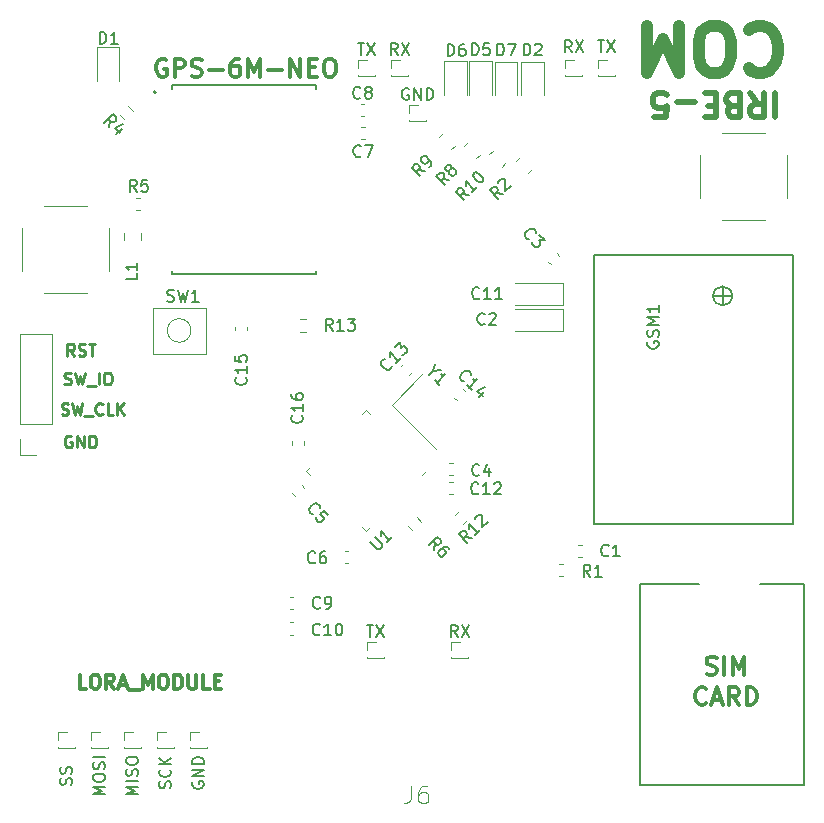
<source format=gbr>
G04 #@! TF.GenerationSoftware,KiCad,Pcbnew,(5.1.10)-1*
G04 #@! TF.CreationDate,2021-12-21T11:35:25+02:00*
G04 #@! TF.ProjectId,COM,434f4d2e-6b69-4636-9164-5f7063625858,rev?*
G04 #@! TF.SameCoordinates,Original*
G04 #@! TF.FileFunction,Legend,Top*
G04 #@! TF.FilePolarity,Positive*
%FSLAX46Y46*%
G04 Gerber Fmt 4.6, Leading zero omitted, Abs format (unit mm)*
G04 Created by KiCad (PCBNEW (5.1.10)-1) date 2021-12-21 11:35:25*
%MOMM*%
%LPD*%
G01*
G04 APERTURE LIST*
%ADD10C,0.300000*%
%ADD11C,0.250000*%
%ADD12C,1.000000*%
%ADD13C,0.500000*%
%ADD14C,0.120000*%
%ADD15C,0.150000*%
%ADD16C,0.127000*%
%ADD17C,0.200000*%
%ADD18C,0.015000*%
G04 APERTURE END LIST*
D10*
X160571428Y-161485714D02*
X160500000Y-161557142D01*
X160285714Y-161628571D01*
X160142857Y-161628571D01*
X159928571Y-161557142D01*
X159785714Y-161414285D01*
X159714285Y-161271428D01*
X159642857Y-160985714D01*
X159642857Y-160771428D01*
X159714285Y-160485714D01*
X159785714Y-160342857D01*
X159928571Y-160200000D01*
X160142857Y-160128571D01*
X160285714Y-160128571D01*
X160500000Y-160200000D01*
X160571428Y-160271428D01*
X161142857Y-161200000D02*
X161857142Y-161200000D01*
X161000000Y-161628571D02*
X161500000Y-160128571D01*
X162000000Y-161628571D01*
X163357142Y-161628571D02*
X162857142Y-160914285D01*
X162500000Y-161628571D02*
X162500000Y-160128571D01*
X163071428Y-160128571D01*
X163214285Y-160200000D01*
X163285714Y-160271428D01*
X163357142Y-160414285D01*
X163357142Y-160628571D01*
X163285714Y-160771428D01*
X163214285Y-160842857D01*
X163071428Y-160914285D01*
X162500000Y-160914285D01*
X164000000Y-161628571D02*
X164000000Y-160128571D01*
X164357142Y-160128571D01*
X164571428Y-160200000D01*
X164714285Y-160342857D01*
X164785714Y-160485714D01*
X164857142Y-160771428D01*
X164857142Y-160985714D01*
X164785714Y-161271428D01*
X164714285Y-161414285D01*
X164571428Y-161557142D01*
X164357142Y-161628571D01*
X164000000Y-161628571D01*
X160607142Y-158982142D02*
X160821428Y-159053571D01*
X161178571Y-159053571D01*
X161321428Y-158982142D01*
X161392857Y-158910714D01*
X161464285Y-158767857D01*
X161464285Y-158625000D01*
X161392857Y-158482142D01*
X161321428Y-158410714D01*
X161178571Y-158339285D01*
X160892857Y-158267857D01*
X160750000Y-158196428D01*
X160678571Y-158125000D01*
X160607142Y-157982142D01*
X160607142Y-157839285D01*
X160678571Y-157696428D01*
X160750000Y-157625000D01*
X160892857Y-157553571D01*
X161250000Y-157553571D01*
X161464285Y-157625000D01*
X162107142Y-159053571D02*
X162107142Y-157553571D01*
X162821428Y-159053571D02*
X162821428Y-157553571D01*
X163321428Y-158625000D01*
X163821428Y-157553571D01*
X163821428Y-159053571D01*
X114860000Y-107000000D02*
X114717142Y-106928571D01*
X114502857Y-106928571D01*
X114288571Y-107000000D01*
X114145714Y-107142857D01*
X114074285Y-107285714D01*
X114002857Y-107571428D01*
X114002857Y-107785714D01*
X114074285Y-108071428D01*
X114145714Y-108214285D01*
X114288571Y-108357142D01*
X114502857Y-108428571D01*
X114645714Y-108428571D01*
X114860000Y-108357142D01*
X114931428Y-108285714D01*
X114931428Y-107785714D01*
X114645714Y-107785714D01*
X115574285Y-108428571D02*
X115574285Y-106928571D01*
X116145714Y-106928571D01*
X116288571Y-107000000D01*
X116360000Y-107071428D01*
X116431428Y-107214285D01*
X116431428Y-107428571D01*
X116360000Y-107571428D01*
X116288571Y-107642857D01*
X116145714Y-107714285D01*
X115574285Y-107714285D01*
X117002857Y-108357142D02*
X117217142Y-108428571D01*
X117574285Y-108428571D01*
X117717142Y-108357142D01*
X117788571Y-108285714D01*
X117860000Y-108142857D01*
X117860000Y-108000000D01*
X117788571Y-107857142D01*
X117717142Y-107785714D01*
X117574285Y-107714285D01*
X117288571Y-107642857D01*
X117145714Y-107571428D01*
X117074285Y-107500000D01*
X117002857Y-107357142D01*
X117002857Y-107214285D01*
X117074285Y-107071428D01*
X117145714Y-107000000D01*
X117288571Y-106928571D01*
X117645714Y-106928571D01*
X117860000Y-107000000D01*
X118502857Y-107857142D02*
X119645714Y-107857142D01*
X121002857Y-106928571D02*
X120717142Y-106928571D01*
X120574285Y-107000000D01*
X120502857Y-107071428D01*
X120360000Y-107285714D01*
X120288571Y-107571428D01*
X120288571Y-108142857D01*
X120360000Y-108285714D01*
X120431428Y-108357142D01*
X120574285Y-108428571D01*
X120860000Y-108428571D01*
X121002857Y-108357142D01*
X121074285Y-108285714D01*
X121145714Y-108142857D01*
X121145714Y-107785714D01*
X121074285Y-107642857D01*
X121002857Y-107571428D01*
X120860000Y-107500000D01*
X120574285Y-107500000D01*
X120431428Y-107571428D01*
X120360000Y-107642857D01*
X120288571Y-107785714D01*
X121788571Y-108428571D02*
X121788571Y-106928571D01*
X122288571Y-108000000D01*
X122788571Y-106928571D01*
X122788571Y-108428571D01*
X123502857Y-107857142D02*
X124645714Y-107857142D01*
X125359999Y-108428571D02*
X125359999Y-106928571D01*
X126217142Y-108428571D01*
X126217142Y-106928571D01*
X126931428Y-107642857D02*
X127431428Y-107642857D01*
X127645714Y-108428571D02*
X126931428Y-108428571D01*
X126931428Y-106928571D01*
X127645714Y-106928571D01*
X128574285Y-106928571D02*
X128859999Y-106928571D01*
X129002857Y-107000000D01*
X129145714Y-107142857D01*
X129217142Y-107428571D01*
X129217142Y-107928571D01*
X129145714Y-108214285D01*
X129002857Y-108357142D01*
X128859999Y-108428571D01*
X128574285Y-108428571D01*
X128431428Y-108357142D01*
X128288571Y-108214285D01*
X128217142Y-107928571D01*
X128217142Y-107428571D01*
X128288571Y-107142857D01*
X128431428Y-107000000D01*
X128574285Y-106928571D01*
D11*
X106828095Y-138880000D02*
X106732857Y-138832380D01*
X106590000Y-138832380D01*
X106447142Y-138880000D01*
X106351904Y-138975238D01*
X106304285Y-139070476D01*
X106256666Y-139260952D01*
X106256666Y-139403809D01*
X106304285Y-139594285D01*
X106351904Y-139689523D01*
X106447142Y-139784761D01*
X106590000Y-139832380D01*
X106685238Y-139832380D01*
X106828095Y-139784761D01*
X106875714Y-139737142D01*
X106875714Y-139403809D01*
X106685238Y-139403809D01*
X107304285Y-139832380D02*
X107304285Y-138832380D01*
X107875714Y-139832380D01*
X107875714Y-138832380D01*
X108351904Y-139832380D02*
X108351904Y-138832380D01*
X108590000Y-138832380D01*
X108732857Y-138880000D01*
X108828095Y-138975238D01*
X108875714Y-139070476D01*
X108923333Y-139260952D01*
X108923333Y-139403809D01*
X108875714Y-139594285D01*
X108828095Y-139689523D01*
X108732857Y-139784761D01*
X108590000Y-139832380D01*
X108351904Y-139832380D01*
X105997142Y-137014761D02*
X106140000Y-137062380D01*
X106378095Y-137062380D01*
X106473333Y-137014761D01*
X106520952Y-136967142D01*
X106568571Y-136871904D01*
X106568571Y-136776666D01*
X106520952Y-136681428D01*
X106473333Y-136633809D01*
X106378095Y-136586190D01*
X106187619Y-136538571D01*
X106092380Y-136490952D01*
X106044761Y-136443333D01*
X105997142Y-136348095D01*
X105997142Y-136252857D01*
X106044761Y-136157619D01*
X106092380Y-136110000D01*
X106187619Y-136062380D01*
X106425714Y-136062380D01*
X106568571Y-136110000D01*
X106901904Y-136062380D02*
X107140000Y-137062380D01*
X107330476Y-136348095D01*
X107520952Y-137062380D01*
X107759047Y-136062380D01*
X107901904Y-137157619D02*
X108663809Y-137157619D01*
X109473333Y-136967142D02*
X109425714Y-137014761D01*
X109282857Y-137062380D01*
X109187619Y-137062380D01*
X109044761Y-137014761D01*
X108949523Y-136919523D01*
X108901904Y-136824285D01*
X108854285Y-136633809D01*
X108854285Y-136490952D01*
X108901904Y-136300476D01*
X108949523Y-136205238D01*
X109044761Y-136110000D01*
X109187619Y-136062380D01*
X109282857Y-136062380D01*
X109425714Y-136110000D01*
X109473333Y-136157619D01*
X110378095Y-137062380D02*
X109901904Y-137062380D01*
X109901904Y-136062380D01*
X110711428Y-137062380D02*
X110711428Y-136062380D01*
X111282857Y-137062380D02*
X110854285Y-136490952D01*
X111282857Y-136062380D02*
X110711428Y-136633809D01*
X106240000Y-134444761D02*
X106382857Y-134492380D01*
X106620952Y-134492380D01*
X106716190Y-134444761D01*
X106763809Y-134397142D01*
X106811428Y-134301904D01*
X106811428Y-134206666D01*
X106763809Y-134111428D01*
X106716190Y-134063809D01*
X106620952Y-134016190D01*
X106430476Y-133968571D01*
X106335238Y-133920952D01*
X106287619Y-133873333D01*
X106240000Y-133778095D01*
X106240000Y-133682857D01*
X106287619Y-133587619D01*
X106335238Y-133540000D01*
X106430476Y-133492380D01*
X106668571Y-133492380D01*
X106811428Y-133540000D01*
X107144761Y-133492380D02*
X107382857Y-134492380D01*
X107573333Y-133778095D01*
X107763809Y-134492380D01*
X108001904Y-133492380D01*
X108144761Y-134587619D02*
X108906666Y-134587619D01*
X109144761Y-134492380D02*
X109144761Y-133492380D01*
X109811428Y-133492380D02*
X110001904Y-133492380D01*
X110097142Y-133540000D01*
X110192380Y-133635238D01*
X110240000Y-133825714D01*
X110240000Y-134159047D01*
X110192380Y-134349523D01*
X110097142Y-134444761D01*
X110001904Y-134492380D01*
X109811428Y-134492380D01*
X109716190Y-134444761D01*
X109620952Y-134349523D01*
X109573333Y-134159047D01*
X109573333Y-133825714D01*
X109620952Y-133635238D01*
X109716190Y-133540000D01*
X109811428Y-133492380D01*
X107062380Y-132062380D02*
X106729047Y-131586190D01*
X106490952Y-132062380D02*
X106490952Y-131062380D01*
X106871904Y-131062380D01*
X106967142Y-131110000D01*
X107014761Y-131157619D01*
X107062380Y-131252857D01*
X107062380Y-131395714D01*
X107014761Y-131490952D01*
X106967142Y-131538571D01*
X106871904Y-131586190D01*
X106490952Y-131586190D01*
X107443333Y-132014761D02*
X107586190Y-132062380D01*
X107824285Y-132062380D01*
X107919523Y-132014761D01*
X107967142Y-131967142D01*
X108014761Y-131871904D01*
X108014761Y-131776666D01*
X107967142Y-131681428D01*
X107919523Y-131633809D01*
X107824285Y-131586190D01*
X107633809Y-131538571D01*
X107538571Y-131490952D01*
X107490952Y-131443333D01*
X107443333Y-131348095D01*
X107443333Y-131252857D01*
X107490952Y-131157619D01*
X107538571Y-131110000D01*
X107633809Y-131062380D01*
X107871904Y-131062380D01*
X108014761Y-131110000D01*
X108300476Y-131062380D02*
X108871904Y-131062380D01*
X108586190Y-132062380D02*
X108586190Y-131062380D01*
D10*
X108110000Y-160272857D02*
X107538571Y-160272857D01*
X107538571Y-159072857D01*
X108738571Y-159072857D02*
X108967142Y-159072857D01*
X109081428Y-159130000D01*
X109195714Y-159244285D01*
X109252857Y-159472857D01*
X109252857Y-159872857D01*
X109195714Y-160101428D01*
X109081428Y-160215714D01*
X108967142Y-160272857D01*
X108738571Y-160272857D01*
X108624285Y-160215714D01*
X108510000Y-160101428D01*
X108452857Y-159872857D01*
X108452857Y-159472857D01*
X108510000Y-159244285D01*
X108624285Y-159130000D01*
X108738571Y-159072857D01*
X110452857Y-160272857D02*
X110052857Y-159701428D01*
X109767142Y-160272857D02*
X109767142Y-159072857D01*
X110224285Y-159072857D01*
X110338571Y-159130000D01*
X110395714Y-159187142D01*
X110452857Y-159301428D01*
X110452857Y-159472857D01*
X110395714Y-159587142D01*
X110338571Y-159644285D01*
X110224285Y-159701428D01*
X109767142Y-159701428D01*
X110910000Y-159930000D02*
X111481428Y-159930000D01*
X110795714Y-160272857D02*
X111195714Y-159072857D01*
X111595714Y-160272857D01*
X111710000Y-160387142D02*
X112624285Y-160387142D01*
X112910000Y-160272857D02*
X112910000Y-159072857D01*
X113310000Y-159930000D01*
X113710000Y-159072857D01*
X113710000Y-160272857D01*
X114510000Y-159072857D02*
X114738571Y-159072857D01*
X114852857Y-159130000D01*
X114967142Y-159244285D01*
X115024285Y-159472857D01*
X115024285Y-159872857D01*
X114967142Y-160101428D01*
X114852857Y-160215714D01*
X114738571Y-160272857D01*
X114510000Y-160272857D01*
X114395714Y-160215714D01*
X114281428Y-160101428D01*
X114224285Y-159872857D01*
X114224285Y-159472857D01*
X114281428Y-159244285D01*
X114395714Y-159130000D01*
X114510000Y-159072857D01*
X115538571Y-160272857D02*
X115538571Y-159072857D01*
X115824285Y-159072857D01*
X115995714Y-159130000D01*
X116110000Y-159244285D01*
X116167142Y-159358571D01*
X116224285Y-159587142D01*
X116224285Y-159758571D01*
X116167142Y-159987142D01*
X116110000Y-160101428D01*
X115995714Y-160215714D01*
X115824285Y-160272857D01*
X115538571Y-160272857D01*
X116738571Y-159072857D02*
X116738571Y-160044285D01*
X116795714Y-160158571D01*
X116852857Y-160215714D01*
X116967142Y-160272857D01*
X117195714Y-160272857D01*
X117310000Y-160215714D01*
X117367142Y-160158571D01*
X117424285Y-160044285D01*
X117424285Y-159072857D01*
X118567142Y-160272857D02*
X117995714Y-160272857D01*
X117995714Y-159072857D01*
X118967142Y-159644285D02*
X119367142Y-159644285D01*
X119538571Y-160272857D02*
X118967142Y-160272857D01*
X118967142Y-159072857D01*
X119538571Y-159072857D01*
D12*
X164178857Y-104489428D02*
X164369333Y-104298952D01*
X164940761Y-104108476D01*
X165321714Y-104108476D01*
X165893142Y-104298952D01*
X166274095Y-104679904D01*
X166464571Y-105060857D01*
X166655047Y-105822761D01*
X166655047Y-106394190D01*
X166464571Y-107156095D01*
X166274095Y-107537047D01*
X165893142Y-107918000D01*
X165321714Y-108108476D01*
X164940761Y-108108476D01*
X164369333Y-107918000D01*
X164178857Y-107727523D01*
X161702666Y-108108476D02*
X160940761Y-108108476D01*
X160559809Y-107918000D01*
X160178857Y-107537047D01*
X159988380Y-106775142D01*
X159988380Y-105441809D01*
X160178857Y-104679904D01*
X160559809Y-104298952D01*
X160940761Y-104108476D01*
X161702666Y-104108476D01*
X162083619Y-104298952D01*
X162464571Y-104679904D01*
X162655047Y-105441809D01*
X162655047Y-106775142D01*
X162464571Y-107537047D01*
X162083619Y-107918000D01*
X161702666Y-108108476D01*
X158274095Y-104108476D02*
X158274095Y-108108476D01*
X156940761Y-105251333D01*
X155607428Y-108108476D01*
X155607428Y-104108476D01*
D13*
X166385238Y-109839238D02*
X166385238Y-111839238D01*
X164290000Y-109839238D02*
X164956666Y-110791619D01*
X165432857Y-109839238D02*
X165432857Y-111839238D01*
X164670952Y-111839238D01*
X164480476Y-111744000D01*
X164385238Y-111648761D01*
X164290000Y-111458285D01*
X164290000Y-111172571D01*
X164385238Y-110982095D01*
X164480476Y-110886857D01*
X164670952Y-110791619D01*
X165432857Y-110791619D01*
X162766190Y-110886857D02*
X162480476Y-110791619D01*
X162385238Y-110696380D01*
X162290000Y-110505904D01*
X162290000Y-110220190D01*
X162385238Y-110029714D01*
X162480476Y-109934476D01*
X162670952Y-109839238D01*
X163432857Y-109839238D01*
X163432857Y-111839238D01*
X162766190Y-111839238D01*
X162575714Y-111744000D01*
X162480476Y-111648761D01*
X162385238Y-111458285D01*
X162385238Y-111267809D01*
X162480476Y-111077333D01*
X162575714Y-110982095D01*
X162766190Y-110886857D01*
X163432857Y-110886857D01*
X161432857Y-110886857D02*
X160766190Y-110886857D01*
X160480476Y-109839238D02*
X161432857Y-109839238D01*
X161432857Y-111839238D01*
X160480476Y-111839238D01*
X159623333Y-110601142D02*
X158099523Y-110601142D01*
X156194761Y-111839238D02*
X157147142Y-111839238D01*
X157242380Y-110886857D01*
X157147142Y-110982095D01*
X156956666Y-111077333D01*
X156480476Y-111077333D01*
X156290000Y-110982095D01*
X156194761Y-110886857D01*
X156099523Y-110696380D01*
X156099523Y-110220190D01*
X156194761Y-110029714D01*
X156290000Y-109934476D01*
X156480476Y-109839238D01*
X156956666Y-109839238D01*
X157147142Y-109934476D01*
X157242380Y-110029714D01*
D14*
X151451000Y-108381000D02*
X152841000Y-108381000D01*
X151451000Y-108381000D02*
X151451000Y-108256000D01*
X152841000Y-108381000D02*
X152841000Y-108256000D01*
X151451000Y-108381000D02*
X151537724Y-108381000D01*
X152754276Y-108381000D02*
X152841000Y-108381000D01*
X151451000Y-107696000D02*
X151451000Y-107011000D01*
X151451000Y-107011000D02*
X152146000Y-107011000D01*
X132105876Y-146559435D02*
X131770000Y-146895311D01*
X131770000Y-146895311D02*
X131434124Y-146559435D01*
X131434124Y-137020565D02*
X131770000Y-136684689D01*
X131770000Y-136684689D02*
X132105876Y-137020565D01*
X127000565Y-141454124D02*
X126664689Y-141790000D01*
X126664689Y-141790000D02*
X127000565Y-142125876D01*
X136539435Y-142125876D02*
X136875311Y-141790000D01*
D15*
X161967840Y-127798240D02*
X161967840Y-126198240D01*
X161217840Y-126998240D02*
X162717840Y-126998240D01*
X162767840Y-126998240D02*
G75*
G03*
X162767840Y-126998240I-800000J0D01*
G01*
X167917840Y-146298240D02*
X151117840Y-146298240D01*
X167917840Y-123498240D02*
X167917840Y-146298240D01*
X151117840Y-123498240D02*
X167917840Y-123498240D01*
X151117840Y-146298240D02*
X151117840Y-123598240D01*
D16*
X168825000Y-151420000D02*
X165150000Y-151420000D01*
X154975000Y-151420000D02*
X160000000Y-151420000D01*
X168825000Y-168380000D02*
X154975000Y-168380000D01*
X168825000Y-151420000D02*
X168825000Y-168380000D01*
X154975000Y-168380000D02*
X154975000Y-151420000D01*
D14*
X102650480Y-124850300D02*
X102650480Y-121250300D01*
X110010480Y-124850300D02*
X110010480Y-121250300D01*
X104530480Y-119370300D02*
X108130480Y-119370300D01*
X104530480Y-126730300D02*
X108130480Y-126730300D01*
X148496740Y-125902400D02*
X144411740Y-125902400D01*
X148496740Y-127772400D02*
X148496740Y-125902400D01*
X144411740Y-127772400D02*
X148496740Y-127772400D01*
X112662779Y-118740000D02*
X112337221Y-118740000D01*
X112662779Y-119760000D02*
X112337221Y-119760000D01*
X149717221Y-148090000D02*
X150042779Y-148090000D01*
X149717221Y-149110000D02*
X150042779Y-149110000D01*
X148155727Y-123594478D02*
X147925522Y-123364273D01*
X147434478Y-124315727D02*
X147204273Y-124085522D01*
X125544685Y-143653126D02*
X125753950Y-143902518D01*
X126326050Y-142997482D02*
X126535315Y-143246874D01*
X131327221Y-113740000D02*
X131652779Y-113740000D01*
X131327221Y-112720000D02*
X131652779Y-112720000D01*
X125310681Y-155668440D02*
X125636239Y-155668440D01*
X125310681Y-154648440D02*
X125636239Y-154648440D01*
X165517840Y-113218240D02*
X161917840Y-113218240D01*
X165517840Y-120578240D02*
X161917840Y-120578240D01*
X160037840Y-115098240D02*
X160037840Y-118698240D01*
X167397840Y-115098240D02*
X167397840Y-118698240D01*
X105170000Y-137870000D02*
X102510000Y-137870000D01*
X105170000Y-137870000D02*
X105170000Y-130190000D01*
X105170000Y-130190000D02*
X102510000Y-130190000D01*
X102510000Y-137870000D02*
X102510000Y-130190000D01*
X102510000Y-140470000D02*
X102510000Y-139140000D01*
X103840000Y-140470000D02*
X102510000Y-140470000D01*
X148137221Y-149700000D02*
X148462779Y-149700000D01*
X148137221Y-150720000D02*
X148462779Y-150720000D01*
D17*
X113979040Y-109760040D02*
G75*
G03*
X113979040Y-109760040I-100000J0D01*
G01*
D16*
X115379040Y-109440040D02*
X115379040Y-109160040D01*
X115379040Y-109160040D02*
X127579040Y-109160040D01*
X127579040Y-109160040D02*
X127579040Y-109440040D01*
X115379040Y-124880040D02*
X115379040Y-125160040D01*
X115379040Y-125160040D02*
X127579040Y-125160040D01*
X127579040Y-125160040D02*
X127579040Y-124880040D01*
D14*
X130280580Y-148580000D02*
X129999420Y-148580000D01*
X130280580Y-149600000D02*
X129999420Y-149600000D01*
X148485000Y-128085000D02*
X144400000Y-128085000D01*
X148485000Y-129955000D02*
X148485000Y-128085000D01*
X144400000Y-129955000D02*
X148485000Y-129955000D01*
X108960000Y-105920000D02*
X108960000Y-108780000D01*
X110880000Y-105920000D02*
X108960000Y-105920000D01*
X110880000Y-108780000D02*
X110880000Y-105920000D01*
X112745000Y-122231252D02*
X112745000Y-121708748D01*
X111275000Y-122231252D02*
X111275000Y-121708748D01*
X138829420Y-143790000D02*
X139110580Y-143790000D01*
X138829420Y-142770000D02*
X139110580Y-142770000D01*
X146810000Y-110020000D02*
X146810000Y-107160000D01*
X146810000Y-107160000D02*
X144890000Y-107160000D01*
X144890000Y-107160000D02*
X144890000Y-110020000D01*
X140510000Y-107140000D02*
X140510000Y-110000000D01*
X142430000Y-107140000D02*
X140510000Y-107140000D01*
X142430000Y-110000000D02*
X142430000Y-107140000D01*
X140330000Y-110010000D02*
X140330000Y-107150000D01*
X140330000Y-107150000D02*
X138410000Y-107150000D01*
X138410000Y-107150000D02*
X138410000Y-110010000D01*
X142660000Y-107160000D02*
X142660000Y-110020000D01*
X144580000Y-107160000D02*
X142660000Y-107160000D01*
X144580000Y-110020000D02*
X144580000Y-107160000D01*
X144469718Y-115570835D02*
X144790835Y-115249718D01*
X145509165Y-116610282D02*
X145830282Y-116289165D01*
X141119165Y-115350282D02*
X141440282Y-115029165D01*
X140079718Y-114310835D02*
X140400835Y-113989718D01*
X137969718Y-113550835D02*
X138290835Y-113229718D01*
X139009165Y-114590282D02*
X139330282Y-114269165D01*
X143259165Y-116050282D02*
X143580282Y-115729165D01*
X142219718Y-115010835D02*
X142540835Y-114689718D01*
X136554315Y-133588019D02*
X133938019Y-136204315D01*
X133938019Y-136204315D02*
X137685685Y-139951981D01*
X126674724Y-130012500D02*
X126165276Y-130012500D01*
X126674724Y-128967500D02*
X126165276Y-128967500D01*
X113709720Y-128030240D02*
X113709720Y-131916440D01*
X113709720Y-131916440D02*
X118205520Y-131916440D01*
X118205520Y-131916440D02*
X118205520Y-128045480D01*
X113709720Y-128030240D02*
X118205520Y-128030240D01*
X116957704Y-129925080D02*
G75*
G03*
X116957704Y-129925080I-997544J0D01*
G01*
X136079346Y-145754420D02*
X136439580Y-146114654D01*
X135340420Y-146493346D02*
X135700654Y-146853580D01*
X111270654Y-112059580D02*
X110910420Y-111699346D01*
X112009580Y-111320654D02*
X111649346Y-110960420D01*
X131334420Y-110765000D02*
X131615580Y-110765000D01*
X131334420Y-111785000D02*
X131615580Y-111785000D01*
X125349420Y-153520000D02*
X125630580Y-153520000D01*
X125349420Y-152500000D02*
X125630580Y-152500000D01*
X138839420Y-141150000D02*
X139120580Y-141150000D01*
X138839420Y-142170000D02*
X139120580Y-142170000D01*
X139282770Y-145548303D02*
X139618303Y-145212770D01*
X140021697Y-146287230D02*
X140357230Y-145951697D01*
X134709970Y-132938781D02*
X134908781Y-132739970D01*
X135431219Y-133660030D02*
X135630030Y-133461219D01*
X140180030Y-135078781D02*
X139981219Y-134879970D01*
X139458781Y-135800030D02*
X139259970Y-135601219D01*
X125474000Y-139586580D02*
X125474000Y-139305420D01*
X126494000Y-139586580D02*
X126494000Y-139305420D01*
X120700000Y-129900580D02*
X120700000Y-129619420D01*
X121720000Y-129900580D02*
X121720000Y-129619420D01*
X139005000Y-157657000D02*
X140395000Y-157657000D01*
X139005000Y-157657000D02*
X139005000Y-157532000D01*
X140395000Y-157657000D02*
X140395000Y-157532000D01*
X139005000Y-157657000D02*
X139091724Y-157657000D01*
X140308276Y-157657000D02*
X140395000Y-157657000D01*
X139005000Y-156972000D02*
X139005000Y-156287000D01*
X139005000Y-156287000D02*
X139700000Y-156287000D01*
X131893000Y-156287000D02*
X132588000Y-156287000D01*
X131893000Y-156972000D02*
X131893000Y-156287000D01*
X133196276Y-157657000D02*
X133283000Y-157657000D01*
X131893000Y-157657000D02*
X131979724Y-157657000D01*
X133283000Y-157657000D02*
X133283000Y-157532000D01*
X131893000Y-157657000D02*
X131893000Y-157532000D01*
X131893000Y-157657000D02*
X133283000Y-157657000D01*
X108525000Y-165277000D02*
X109915000Y-165277000D01*
X108525000Y-165277000D02*
X108525000Y-165152000D01*
X109915000Y-165277000D02*
X109915000Y-165152000D01*
X108525000Y-165277000D02*
X108611724Y-165277000D01*
X109828276Y-165277000D02*
X109915000Y-165277000D01*
X108525000Y-164592000D02*
X108525000Y-163907000D01*
X108525000Y-163907000D02*
X109220000Y-163907000D01*
X111319000Y-163907000D02*
X112014000Y-163907000D01*
X111319000Y-164592000D02*
X111319000Y-163907000D01*
X112622276Y-165277000D02*
X112709000Y-165277000D01*
X111319000Y-165277000D02*
X111405724Y-165277000D01*
X112709000Y-165277000D02*
X112709000Y-165152000D01*
X111319000Y-165277000D02*
X111319000Y-165152000D01*
X111319000Y-165277000D02*
X112709000Y-165277000D01*
X114113000Y-165277000D02*
X115503000Y-165277000D01*
X114113000Y-165277000D02*
X114113000Y-165152000D01*
X115503000Y-165277000D02*
X115503000Y-165152000D01*
X114113000Y-165277000D02*
X114199724Y-165277000D01*
X115416276Y-165277000D02*
X115503000Y-165277000D01*
X114113000Y-164592000D02*
X114113000Y-163907000D01*
X114113000Y-163907000D02*
X114808000Y-163907000D01*
X133925000Y-107011000D02*
X134620000Y-107011000D01*
X133925000Y-107696000D02*
X133925000Y-107011000D01*
X135228276Y-108381000D02*
X135315000Y-108381000D01*
X133925000Y-108381000D02*
X134011724Y-108381000D01*
X135315000Y-108381000D02*
X135315000Y-108256000D01*
X133925000Y-108381000D02*
X133925000Y-108256000D01*
X133925000Y-108381000D02*
X135315000Y-108381000D01*
X148657000Y-107011000D02*
X149352000Y-107011000D01*
X148657000Y-107696000D02*
X148657000Y-107011000D01*
X149960276Y-108381000D02*
X150047000Y-108381000D01*
X148657000Y-108381000D02*
X148743724Y-108381000D01*
X150047000Y-108381000D02*
X150047000Y-108256000D01*
X148657000Y-108381000D02*
X148657000Y-108256000D01*
X148657000Y-108381000D02*
X150047000Y-108381000D01*
X131131000Y-107011000D02*
X131826000Y-107011000D01*
X131131000Y-107696000D02*
X131131000Y-107011000D01*
X132434276Y-108381000D02*
X132521000Y-108381000D01*
X131131000Y-108381000D02*
X131217724Y-108381000D01*
X132521000Y-108381000D02*
X132521000Y-108256000D01*
X131131000Y-108381000D02*
X131131000Y-108256000D01*
X131131000Y-108381000D02*
X132521000Y-108381000D01*
X105731000Y-165277000D02*
X107121000Y-165277000D01*
X105731000Y-165277000D02*
X105731000Y-165152000D01*
X107121000Y-165277000D02*
X107121000Y-165152000D01*
X105731000Y-165277000D02*
X105817724Y-165277000D01*
X107034276Y-165277000D02*
X107121000Y-165277000D01*
X105731000Y-164592000D02*
X105731000Y-163907000D01*
X105731000Y-163907000D02*
X106426000Y-163907000D01*
X135449000Y-110821000D02*
X136144000Y-110821000D01*
X135449000Y-111506000D02*
X135449000Y-110821000D01*
X136752276Y-112191000D02*
X136839000Y-112191000D01*
X135449000Y-112191000D02*
X135535724Y-112191000D01*
X136839000Y-112191000D02*
X136839000Y-112066000D01*
X135449000Y-112191000D02*
X135449000Y-112066000D01*
X135449000Y-112191000D02*
X136839000Y-112191000D01*
X116907000Y-165277000D02*
X118297000Y-165277000D01*
X116907000Y-165277000D02*
X116907000Y-165152000D01*
X118297000Y-165277000D02*
X118297000Y-165152000D01*
X116907000Y-165277000D02*
X116993724Y-165277000D01*
X118210276Y-165277000D02*
X118297000Y-165277000D01*
X116907000Y-164592000D02*
X116907000Y-163907000D01*
X116907000Y-163907000D02*
X117602000Y-163907000D01*
D15*
X151383094Y-105370380D02*
X151954522Y-105370380D01*
X151668808Y-106370380D02*
X151668808Y-105370380D01*
X152192618Y-105370380D02*
X152859284Y-106370380D01*
X152859284Y-105370380D02*
X152192618Y-106370380D01*
X132134026Y-147831522D02*
X132706446Y-148403942D01*
X132807461Y-148437614D01*
X132874805Y-148437614D01*
X132975820Y-148403942D01*
X133110507Y-148269255D01*
X133144179Y-148168240D01*
X133144179Y-148100896D01*
X133110507Y-147999881D01*
X132538087Y-147427461D01*
X133952301Y-147427461D02*
X133548240Y-147831522D01*
X133750270Y-147629492D02*
X133043164Y-146922385D01*
X133076835Y-147090744D01*
X133076835Y-147225431D01*
X133043164Y-147326446D01*
X155617840Y-130880144D02*
X155570220Y-130975382D01*
X155570220Y-131118240D01*
X155617840Y-131261097D01*
X155713078Y-131356335D01*
X155808316Y-131403954D01*
X155998792Y-131451573D01*
X156141649Y-131451573D01*
X156332125Y-131403954D01*
X156427363Y-131356335D01*
X156522601Y-131261097D01*
X156570220Y-131118240D01*
X156570220Y-131023001D01*
X156522601Y-130880144D01*
X156474982Y-130832525D01*
X156141649Y-130832525D01*
X156141649Y-131023001D01*
X156522601Y-130451573D02*
X156570220Y-130308716D01*
X156570220Y-130070620D01*
X156522601Y-129975382D01*
X156474982Y-129927763D01*
X156379744Y-129880144D01*
X156284506Y-129880144D01*
X156189268Y-129927763D01*
X156141649Y-129975382D01*
X156094030Y-130070620D01*
X156046411Y-130261097D01*
X155998792Y-130356335D01*
X155951173Y-130403954D01*
X155855935Y-130451573D01*
X155760697Y-130451573D01*
X155665459Y-130403954D01*
X155617840Y-130356335D01*
X155570220Y-130261097D01*
X155570220Y-130023001D01*
X155617840Y-129880144D01*
X156570220Y-129451573D02*
X155570220Y-129451573D01*
X156284506Y-129118240D01*
X155570220Y-128784906D01*
X156570220Y-128784906D01*
X156570220Y-127784906D02*
X156570220Y-128356335D01*
X156570220Y-128070620D02*
X155570220Y-128070620D01*
X155713078Y-128165859D01*
X155808316Y-128261097D01*
X155855935Y-128356335D01*
X141376002Y-127174222D02*
X141328383Y-127221841D01*
X141185526Y-127269460D01*
X141090288Y-127269460D01*
X140947431Y-127221841D01*
X140852193Y-127126603D01*
X140804574Y-127031365D01*
X140756955Y-126840889D01*
X140756955Y-126698032D01*
X140804574Y-126507556D01*
X140852193Y-126412318D01*
X140947431Y-126317080D01*
X141090288Y-126269460D01*
X141185526Y-126269460D01*
X141328383Y-126317080D01*
X141376002Y-126364699D01*
X142328383Y-127269460D02*
X141756955Y-127269460D01*
X142042669Y-127269460D02*
X142042669Y-126269460D01*
X141947431Y-126412318D01*
X141852193Y-126507556D01*
X141756955Y-126555175D01*
X143280764Y-127269460D02*
X142709336Y-127269460D01*
X142995050Y-127269460D02*
X142995050Y-126269460D01*
X142899812Y-126412318D01*
X142804574Y-126507556D01*
X142709336Y-126555175D01*
X112348814Y-118175566D02*
X112015481Y-117699376D01*
X111777385Y-118175566D02*
X111777385Y-117175566D01*
X112158338Y-117175566D01*
X112253576Y-117223186D01*
X112301195Y-117270805D01*
X112348814Y-117366043D01*
X112348814Y-117508900D01*
X112301195Y-117604138D01*
X112253576Y-117651757D01*
X112158338Y-117699376D01*
X111777385Y-117699376D01*
X113253576Y-117175566D02*
X112777385Y-117175566D01*
X112729766Y-117651757D01*
X112777385Y-117604138D01*
X112872623Y-117556519D01*
X113110719Y-117556519D01*
X113205957Y-117604138D01*
X113253576Y-117651757D01*
X113301195Y-117746995D01*
X113301195Y-117985090D01*
X113253576Y-118080328D01*
X113205957Y-118127947D01*
X113110719Y-118175566D01*
X112872623Y-118175566D01*
X112777385Y-118127947D01*
X112729766Y-118080328D01*
X152313333Y-148957142D02*
X152265714Y-149004761D01*
X152122857Y-149052380D01*
X152027619Y-149052380D01*
X151884761Y-149004761D01*
X151789523Y-148909523D01*
X151741904Y-148814285D01*
X151694285Y-148623809D01*
X151694285Y-148480952D01*
X151741904Y-148290476D01*
X151789523Y-148195238D01*
X151884761Y-148100000D01*
X152027619Y-148052380D01*
X152122857Y-148052380D01*
X152265714Y-148100000D01*
X152313333Y-148147619D01*
X153265714Y-149052380D02*
X152694285Y-149052380D01*
X152980000Y-149052380D02*
X152980000Y-148052380D01*
X152884761Y-148195238D01*
X152789523Y-148290476D01*
X152694285Y-148338095D01*
X145577198Y-122213991D02*
X145509855Y-122213991D01*
X145375168Y-122146647D01*
X145307824Y-122079304D01*
X145240481Y-121944616D01*
X145240481Y-121809929D01*
X145274152Y-121708914D01*
X145375168Y-121540555D01*
X145476183Y-121439540D01*
X145644542Y-121338525D01*
X145745557Y-121304853D01*
X145880244Y-121304853D01*
X146014931Y-121372197D01*
X146082275Y-121439540D01*
X146149618Y-121574227D01*
X146149618Y-121641571D01*
X146452664Y-121809929D02*
X146890397Y-122247662D01*
X146385320Y-122281334D01*
X146486336Y-122382349D01*
X146520007Y-122483365D01*
X146520007Y-122550708D01*
X146486336Y-122651723D01*
X146317977Y-122820082D01*
X146216962Y-122853754D01*
X146149618Y-122853754D01*
X146048603Y-122820082D01*
X145846572Y-122618052D01*
X145812900Y-122517036D01*
X145812900Y-122449693D01*
X127269281Y-145461892D02*
X127202194Y-145456023D01*
X127073889Y-145377197D01*
X127012671Y-145304240D01*
X126957322Y-145164197D01*
X126969061Y-145030022D01*
X127011409Y-144932326D01*
X127126713Y-144773412D01*
X127236148Y-144681585D01*
X127412670Y-144595628D01*
X127516236Y-144570888D01*
X127650410Y-144582627D01*
X127778715Y-144661453D01*
X127839933Y-144734409D01*
X127895282Y-144874453D01*
X127889412Y-144941541D01*
X128543939Y-145573411D02*
X128237849Y-145208627D01*
X127842457Y-145478238D01*
X127909544Y-145484108D01*
X128007241Y-145526456D01*
X128160285Y-145708847D01*
X128185025Y-145812413D01*
X128179155Y-145879500D01*
X128136808Y-145977196D01*
X127954416Y-146130241D01*
X127850851Y-146154980D01*
X127783763Y-146149111D01*
X127686067Y-146106763D01*
X127533023Y-145924372D01*
X127508283Y-145820806D01*
X127514152Y-145753719D01*
X131333333Y-115157142D02*
X131285714Y-115204761D01*
X131142857Y-115252380D01*
X131047619Y-115252380D01*
X130904761Y-115204761D01*
X130809523Y-115109523D01*
X130761904Y-115014285D01*
X130714285Y-114823809D01*
X130714285Y-114680952D01*
X130761904Y-114490476D01*
X130809523Y-114395238D01*
X130904761Y-114300000D01*
X131047619Y-114252380D01*
X131142857Y-114252380D01*
X131285714Y-114300000D01*
X131333333Y-114347619D01*
X131666666Y-114252380D02*
X132333333Y-114252380D01*
X131904761Y-115252380D01*
X127865902Y-155642582D02*
X127818283Y-155690201D01*
X127675426Y-155737820D01*
X127580188Y-155737820D01*
X127437331Y-155690201D01*
X127342093Y-155594963D01*
X127294474Y-155499725D01*
X127246855Y-155309249D01*
X127246855Y-155166392D01*
X127294474Y-154975916D01*
X127342093Y-154880678D01*
X127437331Y-154785440D01*
X127580188Y-154737820D01*
X127675426Y-154737820D01*
X127818283Y-154785440D01*
X127865902Y-154833059D01*
X128818283Y-155737820D02*
X128246855Y-155737820D01*
X128532569Y-155737820D02*
X128532569Y-154737820D01*
X128437331Y-154880678D01*
X128342093Y-154975916D01*
X128246855Y-155023535D01*
X129437331Y-154737820D02*
X129532569Y-154737820D01*
X129627807Y-154785440D01*
X129675426Y-154833059D01*
X129723045Y-154928297D01*
X129770664Y-155118773D01*
X129770664Y-155356868D01*
X129723045Y-155547344D01*
X129675426Y-155642582D01*
X129627807Y-155690201D01*
X129532569Y-155737820D01*
X129437331Y-155737820D01*
X129342093Y-155690201D01*
X129294474Y-155642582D01*
X129246855Y-155547344D01*
X129199236Y-155356868D01*
X129199236Y-155118773D01*
X129246855Y-154928297D01*
X129294474Y-154833059D01*
X129342093Y-154785440D01*
X129437331Y-154737820D01*
X150773333Y-150762380D02*
X150440000Y-150286190D01*
X150201904Y-150762380D02*
X150201904Y-149762380D01*
X150582857Y-149762380D01*
X150678095Y-149810000D01*
X150725714Y-149857619D01*
X150773333Y-149952857D01*
X150773333Y-150095714D01*
X150725714Y-150190952D01*
X150678095Y-150238571D01*
X150582857Y-150286190D01*
X150201904Y-150286190D01*
X151725714Y-150762380D02*
X151154285Y-150762380D01*
X151440000Y-150762380D02*
X151440000Y-149762380D01*
X151344761Y-149905238D01*
X151249523Y-150000476D01*
X151154285Y-150048095D01*
D18*
X135560000Y-168458571D02*
X135560000Y-169530000D01*
X135488571Y-169744285D01*
X135345714Y-169887142D01*
X135131428Y-169958571D01*
X134988571Y-169958571D01*
X136917142Y-168458571D02*
X136631428Y-168458571D01*
X136488571Y-168530000D01*
X136417142Y-168601428D01*
X136274285Y-168815714D01*
X136202857Y-169101428D01*
X136202857Y-169672857D01*
X136274285Y-169815714D01*
X136345714Y-169887142D01*
X136488571Y-169958571D01*
X136774285Y-169958571D01*
X136917142Y-169887142D01*
X136988571Y-169815714D01*
X137060000Y-169672857D01*
X137060000Y-169315714D01*
X136988571Y-169172857D01*
X136917142Y-169101428D01*
X136774285Y-169030000D01*
X136488571Y-169030000D01*
X136345714Y-169101428D01*
X136274285Y-169172857D01*
X136202857Y-169315714D01*
D15*
X127464249Y-149538741D02*
X127416630Y-149586360D01*
X127273773Y-149633979D01*
X127178535Y-149633979D01*
X127035677Y-149586360D01*
X126940439Y-149491122D01*
X126892820Y-149395884D01*
X126845201Y-149205408D01*
X126845201Y-149062551D01*
X126892820Y-148872075D01*
X126940439Y-148776837D01*
X127035677Y-148681599D01*
X127178535Y-148633979D01*
X127273773Y-148633979D01*
X127416630Y-148681599D01*
X127464249Y-148729218D01*
X128321392Y-148633979D02*
X128130916Y-148633979D01*
X128035677Y-148681599D01*
X127988058Y-148729218D01*
X127892820Y-148872075D01*
X127845201Y-149062551D01*
X127845201Y-149443503D01*
X127892820Y-149538741D01*
X127940439Y-149586360D01*
X128035677Y-149633979D01*
X128226154Y-149633979D01*
X128321392Y-149586360D01*
X128369011Y-149538741D01*
X128416630Y-149443503D01*
X128416630Y-149205408D01*
X128369011Y-149110170D01*
X128321392Y-149062551D01*
X128226154Y-149014932D01*
X128035677Y-149014932D01*
X127940439Y-149062551D01*
X127892820Y-149110170D01*
X127845201Y-149205408D01*
X141825213Y-129359362D02*
X141777594Y-129406981D01*
X141634737Y-129454600D01*
X141539499Y-129454600D01*
X141396641Y-129406981D01*
X141301403Y-129311743D01*
X141253784Y-129216505D01*
X141206165Y-129026029D01*
X141206165Y-128883172D01*
X141253784Y-128692696D01*
X141301403Y-128597458D01*
X141396641Y-128502220D01*
X141539499Y-128454600D01*
X141634737Y-128454600D01*
X141777594Y-128502220D01*
X141825213Y-128549839D01*
X142206165Y-128549839D02*
X142253784Y-128502220D01*
X142349022Y-128454600D01*
X142587118Y-128454600D01*
X142682356Y-128502220D01*
X142729975Y-128549839D01*
X142777594Y-128645077D01*
X142777594Y-128740315D01*
X142729975Y-128883172D01*
X142158546Y-129454600D01*
X142777594Y-129454600D01*
X109221904Y-105642380D02*
X109221904Y-104642380D01*
X109460000Y-104642380D01*
X109602857Y-104690000D01*
X109698095Y-104785238D01*
X109745714Y-104880476D01*
X109793333Y-105070952D01*
X109793333Y-105213809D01*
X109745714Y-105404285D01*
X109698095Y-105499523D01*
X109602857Y-105594761D01*
X109460000Y-105642380D01*
X109221904Y-105642380D01*
X110745714Y-105642380D02*
X110174285Y-105642380D01*
X110460000Y-105642380D02*
X110460000Y-104642380D01*
X110364761Y-104785238D01*
X110269523Y-104880476D01*
X110174285Y-104928095D01*
X112422380Y-125086666D02*
X112422380Y-125562857D01*
X111422380Y-125562857D01*
X112422380Y-124229523D02*
X112422380Y-124800952D01*
X112422380Y-124515238D02*
X111422380Y-124515238D01*
X111565238Y-124610476D01*
X111660476Y-124705714D01*
X111708095Y-124800952D01*
X141297142Y-143697142D02*
X141249523Y-143744761D01*
X141106666Y-143792380D01*
X141011428Y-143792380D01*
X140868571Y-143744761D01*
X140773333Y-143649523D01*
X140725714Y-143554285D01*
X140678095Y-143363809D01*
X140678095Y-143220952D01*
X140725714Y-143030476D01*
X140773333Y-142935238D01*
X140868571Y-142840000D01*
X141011428Y-142792380D01*
X141106666Y-142792380D01*
X141249523Y-142840000D01*
X141297142Y-142887619D01*
X142249523Y-143792380D02*
X141678095Y-143792380D01*
X141963809Y-143792380D02*
X141963809Y-142792380D01*
X141868571Y-142935238D01*
X141773333Y-143030476D01*
X141678095Y-143078095D01*
X142630476Y-142887619D02*
X142678095Y-142840000D01*
X142773333Y-142792380D01*
X143011428Y-142792380D01*
X143106666Y-142840000D01*
X143154285Y-142887619D01*
X143201904Y-142982857D01*
X143201904Y-143078095D01*
X143154285Y-143220952D01*
X142582857Y-143792380D01*
X143201904Y-143792380D01*
X145111904Y-106632380D02*
X145111904Y-105632380D01*
X145350000Y-105632380D01*
X145492857Y-105680000D01*
X145588095Y-105775238D01*
X145635714Y-105870476D01*
X145683333Y-106060952D01*
X145683333Y-106203809D01*
X145635714Y-106394285D01*
X145588095Y-106489523D01*
X145492857Y-106584761D01*
X145350000Y-106632380D01*
X145111904Y-106632380D01*
X146064285Y-105727619D02*
X146111904Y-105680000D01*
X146207142Y-105632380D01*
X146445238Y-105632380D01*
X146540476Y-105680000D01*
X146588095Y-105727619D01*
X146635714Y-105822857D01*
X146635714Y-105918095D01*
X146588095Y-106060952D01*
X146016666Y-106632380D01*
X146635714Y-106632380D01*
X140731904Y-106622380D02*
X140731904Y-105622380D01*
X140970000Y-105622380D01*
X141112857Y-105670000D01*
X141208095Y-105765238D01*
X141255714Y-105860476D01*
X141303333Y-106050952D01*
X141303333Y-106193809D01*
X141255714Y-106384285D01*
X141208095Y-106479523D01*
X141112857Y-106574761D01*
X140970000Y-106622380D01*
X140731904Y-106622380D01*
X142208095Y-105622380D02*
X141731904Y-105622380D01*
X141684285Y-106098571D01*
X141731904Y-106050952D01*
X141827142Y-106003333D01*
X142065238Y-106003333D01*
X142160476Y-106050952D01*
X142208095Y-106098571D01*
X142255714Y-106193809D01*
X142255714Y-106431904D01*
X142208095Y-106527142D01*
X142160476Y-106574761D01*
X142065238Y-106622380D01*
X141827142Y-106622380D01*
X141731904Y-106574761D01*
X141684285Y-106527142D01*
X138681904Y-106682380D02*
X138681904Y-105682380D01*
X138920000Y-105682380D01*
X139062857Y-105730000D01*
X139158095Y-105825238D01*
X139205714Y-105920476D01*
X139253333Y-106110952D01*
X139253333Y-106253809D01*
X139205714Y-106444285D01*
X139158095Y-106539523D01*
X139062857Y-106634761D01*
X138920000Y-106682380D01*
X138681904Y-106682380D01*
X140110476Y-105682380D02*
X139920000Y-105682380D01*
X139824761Y-105730000D01*
X139777142Y-105777619D01*
X139681904Y-105920476D01*
X139634285Y-106110952D01*
X139634285Y-106491904D01*
X139681904Y-106587142D01*
X139729523Y-106634761D01*
X139824761Y-106682380D01*
X140015238Y-106682380D01*
X140110476Y-106634761D01*
X140158095Y-106587142D01*
X140205714Y-106491904D01*
X140205714Y-106253809D01*
X140158095Y-106158571D01*
X140110476Y-106110952D01*
X140015238Y-106063333D01*
X139824761Y-106063333D01*
X139729523Y-106110952D01*
X139681904Y-106158571D01*
X139634285Y-106253809D01*
X142881904Y-106632380D02*
X142881904Y-105632380D01*
X143120000Y-105632380D01*
X143262857Y-105680000D01*
X143358095Y-105775238D01*
X143405714Y-105870476D01*
X143453333Y-106060952D01*
X143453333Y-106203809D01*
X143405714Y-106394285D01*
X143358095Y-106489523D01*
X143262857Y-106584761D01*
X143120000Y-106632380D01*
X142881904Y-106632380D01*
X143786666Y-105632380D02*
X144453333Y-105632380D01*
X144024761Y-106632380D01*
X143350918Y-118368844D02*
X142778498Y-118267829D01*
X142946857Y-118772905D02*
X142239750Y-118065799D01*
X142509124Y-117796424D01*
X142610139Y-117762753D01*
X142677483Y-117762753D01*
X142778498Y-117796424D01*
X142879513Y-117897440D01*
X142913185Y-117998455D01*
X142913185Y-118065799D01*
X142879513Y-118166814D01*
X142610139Y-118436188D01*
X142980529Y-117459707D02*
X142980529Y-117392363D01*
X143014200Y-117291348D01*
X143182559Y-117122989D01*
X143283575Y-117089318D01*
X143350918Y-117089318D01*
X143451933Y-117122989D01*
X143519277Y-117190333D01*
X143586620Y-117325020D01*
X143586620Y-118133142D01*
X144024353Y-117695409D01*
X138842031Y-117187732D02*
X138269611Y-117086717D01*
X138437970Y-117591793D02*
X137730863Y-116884687D01*
X138000237Y-116615312D01*
X138101252Y-116581641D01*
X138168596Y-116581641D01*
X138269611Y-116615312D01*
X138370626Y-116716328D01*
X138404298Y-116817343D01*
X138404298Y-116884687D01*
X138370626Y-116985702D01*
X138101252Y-117255076D01*
X138842031Y-116379610D02*
X138741016Y-116413282D01*
X138673672Y-116413282D01*
X138572657Y-116379610D01*
X138538985Y-116345938D01*
X138505313Y-116244923D01*
X138505313Y-116177580D01*
X138538985Y-116076564D01*
X138673672Y-115941877D01*
X138774688Y-115908206D01*
X138842031Y-115908206D01*
X138943046Y-115941877D01*
X138976718Y-115975549D01*
X139010390Y-116076564D01*
X139010390Y-116143908D01*
X138976718Y-116244923D01*
X138842031Y-116379610D01*
X138808359Y-116480625D01*
X138808359Y-116547969D01*
X138842031Y-116648984D01*
X138976718Y-116783671D01*
X139077733Y-116817343D01*
X139145077Y-116817343D01*
X139246092Y-116783671D01*
X139380779Y-116648984D01*
X139414451Y-116547969D01*
X139414451Y-116480625D01*
X139380779Y-116379610D01*
X139246092Y-116244923D01*
X139145077Y-116211251D01*
X139077733Y-116211251D01*
X138976718Y-116244923D01*
X136773136Y-116440768D02*
X136200716Y-116339753D01*
X136369075Y-116844829D02*
X135661968Y-116137723D01*
X135931342Y-115868348D01*
X136032357Y-115834677D01*
X136099701Y-115834677D01*
X136200716Y-115868348D01*
X136301731Y-115969364D01*
X136335403Y-116070379D01*
X136335403Y-116137723D01*
X136301731Y-116238738D01*
X136032357Y-116508112D01*
X137109854Y-116104051D02*
X137244541Y-115969364D01*
X137278212Y-115868348D01*
X137278212Y-115801005D01*
X137244541Y-115632646D01*
X137143525Y-115464287D01*
X136874151Y-115194913D01*
X136773136Y-115161242D01*
X136705793Y-115161242D01*
X136604777Y-115194913D01*
X136470090Y-115329600D01*
X136436418Y-115430616D01*
X136436418Y-115497959D01*
X136470090Y-115598974D01*
X136638449Y-115767333D01*
X136739464Y-115801005D01*
X136806808Y-115801005D01*
X136907823Y-115767333D01*
X137042510Y-115632646D01*
X137076182Y-115531631D01*
X137076182Y-115464287D01*
X137042510Y-115363272D01*
X140474286Y-118463760D02*
X139901867Y-118362745D01*
X140070225Y-118867821D02*
X139363119Y-118160714D01*
X139632493Y-117891340D01*
X139733508Y-117857668D01*
X139800851Y-117857668D01*
X139901867Y-117891340D01*
X140002882Y-117992355D01*
X140036554Y-118093371D01*
X140036554Y-118160714D01*
X140002882Y-118261729D01*
X139733508Y-118531103D01*
X141147722Y-117790325D02*
X140743661Y-118194386D01*
X140945691Y-117992355D02*
X140238584Y-117285248D01*
X140272256Y-117453607D01*
X140272256Y-117588294D01*
X140238584Y-117689310D01*
X140878348Y-116645485D02*
X140945691Y-116578142D01*
X141046706Y-116544470D01*
X141114050Y-116544470D01*
X141215065Y-116578142D01*
X141383424Y-116679157D01*
X141551783Y-116847516D01*
X141652798Y-117015874D01*
X141686470Y-117116890D01*
X141686470Y-117184233D01*
X141652798Y-117285248D01*
X141585454Y-117352592D01*
X141484439Y-117386264D01*
X141417096Y-117386264D01*
X141316080Y-117352592D01*
X141147722Y-117251577D01*
X140979363Y-117083218D01*
X140878348Y-116914859D01*
X140844676Y-116813844D01*
X140844676Y-116746500D01*
X140878348Y-116645485D01*
X137480118Y-133366446D02*
X137143400Y-133703164D01*
X137614805Y-132760355D02*
X137480118Y-133366446D01*
X138086209Y-133231759D01*
X137985194Y-134544957D02*
X137581133Y-134140896D01*
X137783164Y-134342927D02*
X138490270Y-133635820D01*
X138321912Y-133669492D01*
X138187225Y-133669492D01*
X138086209Y-133635820D01*
X128947142Y-129932380D02*
X128613809Y-129456190D01*
X128375714Y-129932380D02*
X128375714Y-128932380D01*
X128756666Y-128932380D01*
X128851904Y-128980000D01*
X128899523Y-129027619D01*
X128947142Y-129122857D01*
X128947142Y-129265714D01*
X128899523Y-129360952D01*
X128851904Y-129408571D01*
X128756666Y-129456190D01*
X128375714Y-129456190D01*
X129899523Y-129932380D02*
X129328095Y-129932380D01*
X129613809Y-129932380D02*
X129613809Y-128932380D01*
X129518571Y-129075238D01*
X129423333Y-129170476D01*
X129328095Y-129218095D01*
X130232857Y-128932380D02*
X130851904Y-128932380D01*
X130518571Y-129313333D01*
X130661428Y-129313333D01*
X130756666Y-129360952D01*
X130804285Y-129408571D01*
X130851904Y-129503809D01*
X130851904Y-129741904D01*
X130804285Y-129837142D01*
X130756666Y-129884761D01*
X130661428Y-129932380D01*
X130375714Y-129932380D01*
X130280476Y-129884761D01*
X130232857Y-129837142D01*
X114956666Y-127434761D02*
X115099523Y-127482380D01*
X115337619Y-127482380D01*
X115432857Y-127434761D01*
X115480476Y-127387142D01*
X115528095Y-127291904D01*
X115528095Y-127196666D01*
X115480476Y-127101428D01*
X115432857Y-127053809D01*
X115337619Y-127006190D01*
X115147142Y-126958571D01*
X115051904Y-126910952D01*
X115004285Y-126863333D01*
X114956666Y-126768095D01*
X114956666Y-126672857D01*
X115004285Y-126577619D01*
X115051904Y-126530000D01*
X115147142Y-126482380D01*
X115385238Y-126482380D01*
X115528095Y-126530000D01*
X115861428Y-126482380D02*
X116099523Y-127482380D01*
X116290000Y-126768095D01*
X116480476Y-127482380D01*
X116718571Y-126482380D01*
X117623333Y-127482380D02*
X117051904Y-127482380D01*
X117337619Y-127482380D02*
X117337619Y-126482380D01*
X117242380Y-126625238D01*
X117147142Y-126720476D01*
X117051904Y-126768095D01*
X137522268Y-148496030D02*
X137623283Y-147923610D01*
X137118207Y-148091969D02*
X137825313Y-147384862D01*
X138094688Y-147654236D01*
X138128359Y-147755251D01*
X138128359Y-147822595D01*
X138094688Y-147923610D01*
X137993672Y-148024625D01*
X137892657Y-148058297D01*
X137825313Y-148058297D01*
X137724298Y-148024625D01*
X137454924Y-147755251D01*
X138835466Y-148395015D02*
X138700779Y-148260328D01*
X138599764Y-148226656D01*
X138532420Y-148226656D01*
X138364062Y-148260328D01*
X138195703Y-148361343D01*
X137926329Y-148630717D01*
X137892657Y-148731732D01*
X137892657Y-148799076D01*
X137926329Y-148900091D01*
X138061016Y-149034778D01*
X138162031Y-149068450D01*
X138229375Y-149068450D01*
X138330390Y-149034778D01*
X138498749Y-148866419D01*
X138532420Y-148765404D01*
X138532420Y-148698061D01*
X138498749Y-148597045D01*
X138364062Y-148462358D01*
X138263046Y-148428687D01*
X138195703Y-148428687D01*
X138094688Y-148462358D01*
X110011104Y-112723193D02*
X110112119Y-112150773D01*
X109607043Y-112319132D02*
X110314149Y-111612025D01*
X110583524Y-111881399D01*
X110617195Y-111982414D01*
X110617195Y-112049758D01*
X110583524Y-112150773D01*
X110482508Y-112251788D01*
X110381493Y-112285460D01*
X110314149Y-112285460D01*
X110213134Y-112251788D01*
X109943760Y-111982414D01*
X111088600Y-112857880D02*
X110617195Y-113329285D01*
X111189615Y-112420147D02*
X110516180Y-112756865D01*
X110953913Y-113194598D01*
X131308333Y-110202142D02*
X131260714Y-110249761D01*
X131117857Y-110297380D01*
X131022619Y-110297380D01*
X130879761Y-110249761D01*
X130784523Y-110154523D01*
X130736904Y-110059285D01*
X130689285Y-109868809D01*
X130689285Y-109725952D01*
X130736904Y-109535476D01*
X130784523Y-109440238D01*
X130879761Y-109345000D01*
X131022619Y-109297380D01*
X131117857Y-109297380D01*
X131260714Y-109345000D01*
X131308333Y-109392619D01*
X131879761Y-109725952D02*
X131784523Y-109678333D01*
X131736904Y-109630714D01*
X131689285Y-109535476D01*
X131689285Y-109487857D01*
X131736904Y-109392619D01*
X131784523Y-109345000D01*
X131879761Y-109297380D01*
X132070238Y-109297380D01*
X132165476Y-109345000D01*
X132213095Y-109392619D01*
X132260714Y-109487857D01*
X132260714Y-109535476D01*
X132213095Y-109630714D01*
X132165476Y-109678333D01*
X132070238Y-109725952D01*
X131879761Y-109725952D01*
X131784523Y-109773571D01*
X131736904Y-109821190D01*
X131689285Y-109916428D01*
X131689285Y-110106904D01*
X131736904Y-110202142D01*
X131784523Y-110249761D01*
X131879761Y-110297380D01*
X132070238Y-110297380D01*
X132165476Y-110249761D01*
X132213095Y-110202142D01*
X132260714Y-110106904D01*
X132260714Y-109916428D01*
X132213095Y-109821190D01*
X132165476Y-109773571D01*
X132070238Y-109725952D01*
X127893333Y-153377142D02*
X127845714Y-153424761D01*
X127702857Y-153472380D01*
X127607619Y-153472380D01*
X127464761Y-153424761D01*
X127369523Y-153329523D01*
X127321904Y-153234285D01*
X127274285Y-153043809D01*
X127274285Y-152900952D01*
X127321904Y-152710476D01*
X127369523Y-152615238D01*
X127464761Y-152520000D01*
X127607619Y-152472380D01*
X127702857Y-152472380D01*
X127845714Y-152520000D01*
X127893333Y-152567619D01*
X128369523Y-153472380D02*
X128560000Y-153472380D01*
X128655238Y-153424761D01*
X128702857Y-153377142D01*
X128798095Y-153234285D01*
X128845714Y-153043809D01*
X128845714Y-152662857D01*
X128798095Y-152567619D01*
X128750476Y-152520000D01*
X128655238Y-152472380D01*
X128464761Y-152472380D01*
X128369523Y-152520000D01*
X128321904Y-152567619D01*
X128274285Y-152662857D01*
X128274285Y-152900952D01*
X128321904Y-152996190D01*
X128369523Y-153043809D01*
X128464761Y-153091428D01*
X128655238Y-153091428D01*
X128750476Y-153043809D01*
X128798095Y-152996190D01*
X128845714Y-152900952D01*
X141365988Y-142151492D02*
X141318369Y-142199111D01*
X141175512Y-142246730D01*
X141080274Y-142246730D01*
X140937416Y-142199111D01*
X140842178Y-142103873D01*
X140794559Y-142008635D01*
X140746940Y-141818159D01*
X140746940Y-141675302D01*
X140794559Y-141484826D01*
X140842178Y-141389588D01*
X140937416Y-141294350D01*
X141080274Y-141246730D01*
X141175512Y-141246730D01*
X141318369Y-141294350D01*
X141365988Y-141341969D01*
X142223131Y-141580064D02*
X142223131Y-142246730D01*
X141985035Y-141199111D02*
X141746940Y-141913397D01*
X142365988Y-141913397D01*
X140725312Y-147494451D02*
X140152893Y-147393436D01*
X140321251Y-147898512D02*
X139614145Y-147191405D01*
X139883519Y-146922031D01*
X139984534Y-146888359D01*
X140051877Y-146888359D01*
X140152893Y-146922031D01*
X140253908Y-147023046D01*
X140287580Y-147124062D01*
X140287580Y-147191405D01*
X140253908Y-147292420D01*
X139984534Y-147561794D01*
X141398748Y-146821016D02*
X140994687Y-147225077D01*
X141196717Y-147023046D02*
X140489610Y-146315939D01*
X140523282Y-146484298D01*
X140523282Y-146618985D01*
X140489610Y-146720001D01*
X141028358Y-145911878D02*
X141028358Y-145844535D01*
X141062030Y-145743520D01*
X141230389Y-145575161D01*
X141331404Y-145541489D01*
X141398748Y-145541489D01*
X141499763Y-145575161D01*
X141567106Y-145642504D01*
X141634450Y-145777191D01*
X141634450Y-146585313D01*
X142072183Y-146147581D01*
X133956806Y-132895943D02*
X133956806Y-132963287D01*
X133889462Y-133097974D01*
X133822119Y-133165317D01*
X133687432Y-133232661D01*
X133552745Y-133232661D01*
X133451730Y-133198989D01*
X133283371Y-133097974D01*
X133182356Y-132996959D01*
X133081340Y-132828600D01*
X133047669Y-132727585D01*
X133047669Y-132592898D01*
X133115012Y-132458211D01*
X133182356Y-132390867D01*
X133317043Y-132323524D01*
X133384386Y-132323524D01*
X134697585Y-132289852D02*
X134293524Y-132693913D01*
X134495554Y-132491882D02*
X133788447Y-131784775D01*
X133822119Y-131953134D01*
X133822119Y-132087821D01*
X133788447Y-132188837D01*
X134226180Y-131347043D02*
X134663913Y-130909310D01*
X134697585Y-131414386D01*
X134798600Y-131313371D01*
X134899615Y-131279699D01*
X134966959Y-131279699D01*
X135067974Y-131313371D01*
X135236333Y-131481730D01*
X135270004Y-131582745D01*
X135270004Y-131650088D01*
X135236333Y-131751104D01*
X135034302Y-131953134D01*
X134933287Y-131986806D01*
X134865943Y-131986806D01*
X140102892Y-134237969D02*
X140035548Y-134237969D01*
X139900861Y-134170625D01*
X139833518Y-134103282D01*
X139766174Y-133968595D01*
X139766174Y-133833908D01*
X139799846Y-133732893D01*
X139900861Y-133564534D01*
X140001876Y-133463519D01*
X140170235Y-133362503D01*
X140271250Y-133328832D01*
X140405937Y-133328832D01*
X140540624Y-133396175D01*
X140607968Y-133463519D01*
X140675311Y-133598206D01*
X140675311Y-133665549D01*
X140708983Y-134978748D02*
X140304922Y-134574687D01*
X140506953Y-134776717D02*
X141214060Y-134069610D01*
X141045701Y-134103282D01*
X140911014Y-134103282D01*
X140809999Y-134069610D01*
X141786479Y-135113435D02*
X141315075Y-135584839D01*
X141887495Y-134675702D02*
X141214060Y-135012419D01*
X141651792Y-135450152D01*
X126351142Y-137118857D02*
X126398761Y-137166476D01*
X126446380Y-137309333D01*
X126446380Y-137404571D01*
X126398761Y-137547428D01*
X126303523Y-137642666D01*
X126208285Y-137690285D01*
X126017809Y-137737904D01*
X125874952Y-137737904D01*
X125684476Y-137690285D01*
X125589238Y-137642666D01*
X125494000Y-137547428D01*
X125446380Y-137404571D01*
X125446380Y-137309333D01*
X125494000Y-137166476D01*
X125541619Y-137118857D01*
X126446380Y-136166476D02*
X126446380Y-136737904D01*
X126446380Y-136452190D02*
X125446380Y-136452190D01*
X125589238Y-136547428D01*
X125684476Y-136642666D01*
X125732095Y-136737904D01*
X125446380Y-135309333D02*
X125446380Y-135499809D01*
X125494000Y-135595047D01*
X125541619Y-135642666D01*
X125684476Y-135737904D01*
X125874952Y-135785523D01*
X126255904Y-135785523D01*
X126351142Y-135737904D01*
X126398761Y-135690285D01*
X126446380Y-135595047D01*
X126446380Y-135404571D01*
X126398761Y-135309333D01*
X126351142Y-135261714D01*
X126255904Y-135214095D01*
X126017809Y-135214095D01*
X125922571Y-135261714D01*
X125874952Y-135309333D01*
X125827333Y-135404571D01*
X125827333Y-135595047D01*
X125874952Y-135690285D01*
X125922571Y-135737904D01*
X126017809Y-135785523D01*
X121587142Y-133902857D02*
X121634761Y-133950476D01*
X121682380Y-134093333D01*
X121682380Y-134188571D01*
X121634761Y-134331428D01*
X121539523Y-134426666D01*
X121444285Y-134474285D01*
X121253809Y-134521904D01*
X121110952Y-134521904D01*
X120920476Y-134474285D01*
X120825238Y-134426666D01*
X120730000Y-134331428D01*
X120682380Y-134188571D01*
X120682380Y-134093333D01*
X120730000Y-133950476D01*
X120777619Y-133902857D01*
X121682380Y-132950476D02*
X121682380Y-133521904D01*
X121682380Y-133236190D02*
X120682380Y-133236190D01*
X120825238Y-133331428D01*
X120920476Y-133426666D01*
X120968095Y-133521904D01*
X120682380Y-132045714D02*
X120682380Y-132521904D01*
X121158571Y-132569523D01*
X121110952Y-132521904D01*
X121063333Y-132426666D01*
X121063333Y-132188571D01*
X121110952Y-132093333D01*
X121158571Y-132045714D01*
X121253809Y-131998095D01*
X121491904Y-131998095D01*
X121587142Y-132045714D01*
X121634761Y-132093333D01*
X121682380Y-132188571D01*
X121682380Y-132426666D01*
X121634761Y-132521904D01*
X121587142Y-132569523D01*
X139533333Y-155864380D02*
X139200000Y-155388190D01*
X138961904Y-155864380D02*
X138961904Y-154864380D01*
X139342857Y-154864380D01*
X139438095Y-154912000D01*
X139485714Y-154959619D01*
X139533333Y-155054857D01*
X139533333Y-155197714D01*
X139485714Y-155292952D01*
X139438095Y-155340571D01*
X139342857Y-155388190D01*
X138961904Y-155388190D01*
X139866666Y-154864380D02*
X140533333Y-155864380D01*
X140533333Y-154864380D02*
X139866666Y-155864380D01*
X131826095Y-154864380D02*
X132397523Y-154864380D01*
X132111809Y-155864380D02*
X132111809Y-154864380D01*
X132635619Y-154864380D02*
X133302285Y-155864380D01*
X133302285Y-154864380D02*
X132635619Y-155864380D01*
X109672380Y-169211428D02*
X108672380Y-169211428D01*
X109386666Y-168878095D01*
X108672380Y-168544761D01*
X109672380Y-168544761D01*
X108672380Y-167878095D02*
X108672380Y-167687619D01*
X108720000Y-167592380D01*
X108815238Y-167497142D01*
X109005714Y-167449523D01*
X109339047Y-167449523D01*
X109529523Y-167497142D01*
X109624761Y-167592380D01*
X109672380Y-167687619D01*
X109672380Y-167878095D01*
X109624761Y-167973333D01*
X109529523Y-168068571D01*
X109339047Y-168116190D01*
X109005714Y-168116190D01*
X108815238Y-168068571D01*
X108720000Y-167973333D01*
X108672380Y-167878095D01*
X109624761Y-167068571D02*
X109672380Y-166925714D01*
X109672380Y-166687619D01*
X109624761Y-166592380D01*
X109577142Y-166544761D01*
X109481904Y-166497142D01*
X109386666Y-166497142D01*
X109291428Y-166544761D01*
X109243809Y-166592380D01*
X109196190Y-166687619D01*
X109148571Y-166878095D01*
X109100952Y-166973333D01*
X109053333Y-167020952D01*
X108958095Y-167068571D01*
X108862857Y-167068571D01*
X108767619Y-167020952D01*
X108720000Y-166973333D01*
X108672380Y-166878095D01*
X108672380Y-166640000D01*
X108720000Y-166497142D01*
X109672380Y-166068571D02*
X108672380Y-166068571D01*
X112466380Y-169211428D02*
X111466380Y-169211428D01*
X112180666Y-168878095D01*
X111466380Y-168544761D01*
X112466380Y-168544761D01*
X112466380Y-168068571D02*
X111466380Y-168068571D01*
X112418761Y-167640000D02*
X112466380Y-167497142D01*
X112466380Y-167259047D01*
X112418761Y-167163809D01*
X112371142Y-167116190D01*
X112275904Y-167068571D01*
X112180666Y-167068571D01*
X112085428Y-167116190D01*
X112037809Y-167163809D01*
X111990190Y-167259047D01*
X111942571Y-167449523D01*
X111894952Y-167544761D01*
X111847333Y-167592380D01*
X111752095Y-167640000D01*
X111656857Y-167640000D01*
X111561619Y-167592380D01*
X111514000Y-167544761D01*
X111466380Y-167449523D01*
X111466380Y-167211428D01*
X111514000Y-167068571D01*
X111466380Y-166449523D02*
X111466380Y-166259047D01*
X111514000Y-166163809D01*
X111609238Y-166068571D01*
X111799714Y-166020952D01*
X112133047Y-166020952D01*
X112323523Y-166068571D01*
X112418761Y-166163809D01*
X112466380Y-166259047D01*
X112466380Y-166449523D01*
X112418761Y-166544761D01*
X112323523Y-166640000D01*
X112133047Y-166687619D01*
X111799714Y-166687619D01*
X111609238Y-166640000D01*
X111514000Y-166544761D01*
X111466380Y-166449523D01*
X115212761Y-168671714D02*
X115260380Y-168528857D01*
X115260380Y-168290761D01*
X115212761Y-168195523D01*
X115165142Y-168147904D01*
X115069904Y-168100285D01*
X114974666Y-168100285D01*
X114879428Y-168147904D01*
X114831809Y-168195523D01*
X114784190Y-168290761D01*
X114736571Y-168481238D01*
X114688952Y-168576476D01*
X114641333Y-168624095D01*
X114546095Y-168671714D01*
X114450857Y-168671714D01*
X114355619Y-168624095D01*
X114308000Y-168576476D01*
X114260380Y-168481238D01*
X114260380Y-168243142D01*
X114308000Y-168100285D01*
X115165142Y-167100285D02*
X115212761Y-167147904D01*
X115260380Y-167290761D01*
X115260380Y-167386000D01*
X115212761Y-167528857D01*
X115117523Y-167624095D01*
X115022285Y-167671714D01*
X114831809Y-167719333D01*
X114688952Y-167719333D01*
X114498476Y-167671714D01*
X114403238Y-167624095D01*
X114308000Y-167528857D01*
X114260380Y-167386000D01*
X114260380Y-167290761D01*
X114308000Y-167147904D01*
X114355619Y-167100285D01*
X115260380Y-166671714D02*
X114260380Y-166671714D01*
X115260380Y-166100285D02*
X114688952Y-166528857D01*
X114260380Y-166100285D02*
X114831809Y-166671714D01*
X134453333Y-106588380D02*
X134120000Y-106112190D01*
X133881904Y-106588380D02*
X133881904Y-105588380D01*
X134262857Y-105588380D01*
X134358095Y-105636000D01*
X134405714Y-105683619D01*
X134453333Y-105778857D01*
X134453333Y-105921714D01*
X134405714Y-106016952D01*
X134358095Y-106064571D01*
X134262857Y-106112190D01*
X133881904Y-106112190D01*
X134786666Y-105588380D02*
X135453333Y-106588380D01*
X135453333Y-105588380D02*
X134786666Y-106588380D01*
X149185333Y-106370380D02*
X148852000Y-105894190D01*
X148613904Y-106370380D02*
X148613904Y-105370380D01*
X148994857Y-105370380D01*
X149090095Y-105418000D01*
X149137714Y-105465619D01*
X149185333Y-105560857D01*
X149185333Y-105703714D01*
X149137714Y-105798952D01*
X149090095Y-105846571D01*
X148994857Y-105894190D01*
X148613904Y-105894190D01*
X149518666Y-105370380D02*
X150185333Y-106370380D01*
X150185333Y-105370380D02*
X149518666Y-106370380D01*
X131064095Y-105588380D02*
X131635523Y-105588380D01*
X131349809Y-106588380D02*
X131349809Y-105588380D01*
X131873619Y-105588380D02*
X132540285Y-106588380D01*
X132540285Y-105588380D02*
X131873619Y-106588380D01*
X106830761Y-168401904D02*
X106878380Y-168259047D01*
X106878380Y-168020952D01*
X106830761Y-167925714D01*
X106783142Y-167878095D01*
X106687904Y-167830476D01*
X106592666Y-167830476D01*
X106497428Y-167878095D01*
X106449809Y-167925714D01*
X106402190Y-168020952D01*
X106354571Y-168211428D01*
X106306952Y-168306666D01*
X106259333Y-168354285D01*
X106164095Y-168401904D01*
X106068857Y-168401904D01*
X105973619Y-168354285D01*
X105926000Y-168306666D01*
X105878380Y-168211428D01*
X105878380Y-167973333D01*
X105926000Y-167830476D01*
X106830761Y-167449523D02*
X106878380Y-167306666D01*
X106878380Y-167068571D01*
X106830761Y-166973333D01*
X106783142Y-166925714D01*
X106687904Y-166878095D01*
X106592666Y-166878095D01*
X106497428Y-166925714D01*
X106449809Y-166973333D01*
X106402190Y-167068571D01*
X106354571Y-167259047D01*
X106306952Y-167354285D01*
X106259333Y-167401904D01*
X106164095Y-167449523D01*
X106068857Y-167449523D01*
X105973619Y-167401904D01*
X105926000Y-167354285D01*
X105878380Y-167259047D01*
X105878380Y-167020952D01*
X105926000Y-166878095D01*
X135382095Y-109446000D02*
X135286857Y-109398380D01*
X135144000Y-109398380D01*
X135001142Y-109446000D01*
X134905904Y-109541238D01*
X134858285Y-109636476D01*
X134810666Y-109826952D01*
X134810666Y-109969809D01*
X134858285Y-110160285D01*
X134905904Y-110255523D01*
X135001142Y-110350761D01*
X135144000Y-110398380D01*
X135239238Y-110398380D01*
X135382095Y-110350761D01*
X135429714Y-110303142D01*
X135429714Y-109969809D01*
X135239238Y-109969809D01*
X135858285Y-110398380D02*
X135858285Y-109398380D01*
X136429714Y-110398380D01*
X136429714Y-109398380D01*
X136905904Y-110398380D02*
X136905904Y-109398380D01*
X137144000Y-109398380D01*
X137286857Y-109446000D01*
X137382095Y-109541238D01*
X137429714Y-109636476D01*
X137477333Y-109826952D01*
X137477333Y-109969809D01*
X137429714Y-110160285D01*
X137382095Y-110255523D01*
X137286857Y-110350761D01*
X137144000Y-110398380D01*
X136905904Y-110398380D01*
X117102000Y-168147904D02*
X117054380Y-168243142D01*
X117054380Y-168386000D01*
X117102000Y-168528857D01*
X117197238Y-168624095D01*
X117292476Y-168671714D01*
X117482952Y-168719333D01*
X117625809Y-168719333D01*
X117816285Y-168671714D01*
X117911523Y-168624095D01*
X118006761Y-168528857D01*
X118054380Y-168386000D01*
X118054380Y-168290761D01*
X118006761Y-168147904D01*
X117959142Y-168100285D01*
X117625809Y-168100285D01*
X117625809Y-168290761D01*
X118054380Y-167671714D02*
X117054380Y-167671714D01*
X118054380Y-167100285D01*
X117054380Y-167100285D01*
X118054380Y-166624095D02*
X117054380Y-166624095D01*
X117054380Y-166386000D01*
X117102000Y-166243142D01*
X117197238Y-166147904D01*
X117292476Y-166100285D01*
X117482952Y-166052666D01*
X117625809Y-166052666D01*
X117816285Y-166100285D01*
X117911523Y-166147904D01*
X118006761Y-166243142D01*
X118054380Y-166386000D01*
X118054380Y-166624095D01*
M02*

</source>
